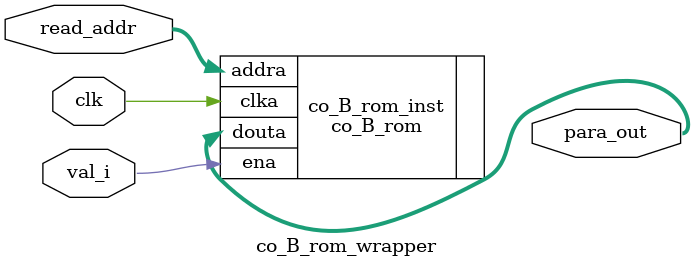
<source format=v>
`timescale 1ns / 1ps


module co_B_rom_wrapper(
    input clk,
    input val_i,
    input [9:0] read_addr,
    output [15:0] para_out
    );
    
    co_B_rom co_B_rom_inst (
      .clka(clk),    // input wire clka
      .ena(val_i),
      .addra(read_addr),  // input wire [9 : 0] addra
      .douta(para_out)  // output wire [35 : 0] douta
    );
endmodule

</source>
